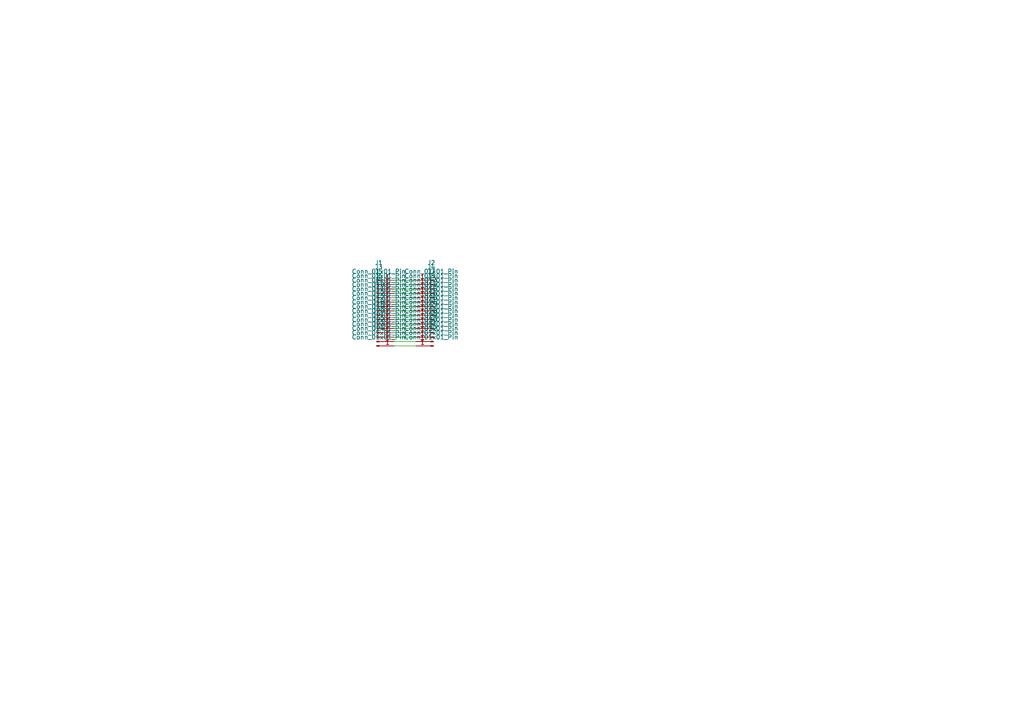
<source format=kicad_sch>
(kicad_sch (version 20231120) (generator "eeschema") (generator_version "8.0")
  (paper "A4")
  (lib_symbols
    (symbol "Connector:Conn_01x01_Pin" (pin_names (offset 1.016) hide)
      (property "Reference" "J" (at 0 2.54 0))
      (property "Value" "Conn_01x01_Pin" (at 0 -2.54 0))
      (symbol "Conn_01x01_Pin_1_1"
        (polyline (pts (xy 1.27 0) (xy 0.8636 0)) (stroke (width 0.1524)))
        (rectangle (start 0.8636 0.127) (end 0 -0.127) (stroke (width 0.1524)) (fill (type outline)))
        (pin passive line (at 5.08 0 180) (length 3.81) (name "Pin_1") (number "1"))
      )
    )
  )
  (wire (pts (xy 114.3 97.79) (xy 120.65 97.79)))
  (wire (pts (xy 114.3 88.9) (xy 120.65 88.9)))
  (wire (pts (xy 114.3 99.06) (xy 120.65 99.06)))
  (wire (pts (xy 114.3 92.71) (xy 120.65 92.71)))
  (wire (pts (xy 114.3 85.09) (xy 120.65 85.09)))
  (wire (pts (xy 114.3 100.33) (xy 120.65 100.33)))
  (wire (pts (xy 114.3 91.44) (xy 120.65 91.44)))
  (wire (pts (xy 114.3 82.55) (xy 120.65 82.55)))
  (wire (pts (xy 114.3 96.52) (xy 120.65 96.52)))
  (wire (pts (xy 114.3 93.98) (xy 120.65 93.98)))
  (wire (pts (xy 114.3 90.17) (xy 120.65 90.17)))
  (wire (pts (xy 114.3 83.82) (xy 120.65 83.82)))
  (wire (pts (xy 114.3 87.63) (xy 120.65 87.63)))
  (wire (pts (xy 114.3 86.36) (xy 120.65 86.36)))
  (wire (pts (xy 114.3 81.28) (xy 120.65 81.28)))
  (wire (pts (xy 114.3 95.25) (xy 120.65 95.25)))
  (symbol (lib_id "Connector:Conn_01x01_Pin") (at 109.22 86.36 0) (unit 1)
    (property "Reference" "J9" (at 109.855 81.28 0))
    (property "Value" "Conn_01x01_Pin" (at 109.855 83.82 0))
    (property "Footprint" "edge-pads:pad_1.27mm_5.588mm" (effects (hide yes)))
    (property "Description" "Generic connector, single row, 01x01, script generated" (effects (hide yes)))
  )
  (symbol (lib_id "Connector:Conn_01x01_Pin") (at 109.22 91.44 0) (unit 1)
    (property "Reference" "J17" (at 109.855 86.36 0))
    (property "Value" "Conn_01x01_Pin" (at 109.855 88.9 0))
    (property "Footprint" "edge-pads:pad_1.27mm_5.588mm" (effects (hide yes)))
    (property "Description" "Generic connector, single row, 01x01, script generated" (effects (hide yes)))
  )
  (symbol (lib_id "Connector:Conn_01x01_Pin") (at 109.22 81.28 0) (unit 1)
    (property "Reference" "J1" (at 109.855 76.2 0))
    (property "Value" "Conn_01x01_Pin" (at 109.855 78.74 0))
    (property "Footprint" "edge-pads:pad_1.27mm_5.588mm" (effects (hide yes)))
    (property "Description" "Generic connector, single row, 01x01, script generated" (effects (hide yes)))
  )
  (symbol (lib_id "Connector:Conn_01x01_Pin") (at 109.22 88.9 0) (unit 1)
    (property "Reference" "J11" (at 109.855 83.82 0))
    (property "Value" "Conn_01x01_Pin" (at 109.855 86.36 0))
    (property "Footprint" "edge-pads:pad_1.27mm_5.588mm" (effects (hide yes)))
    (property "Description" "Generic connector, single row, 01x01, script generated" (effects (hide yes)))
  )
  (symbol (lib_id "Connector:Conn_01x01_Pin") (at 125.73 97.79 0) (mirror y) (unit 1)
    (property "Reference" "J30" (at 125.095 92.71 0))
    (property "Value" "Conn_01x01_Pin" (at 125.095 95.25 0))
    (property "Footprint" "edge-pads:pad_1.27mm_5.588mm" (effects (hide yes)))
    (property "Description" "Generic connector, single row, 01x01, script generated" (effects (hide yes)))
  )
  (symbol (lib_id "Connector:Conn_01x01_Pin") (at 109.22 87.63 0) (unit 1)
    (property "Reference" "J10" (at 109.855 82.55 0))
    (property "Value" "Conn_01x01_Pin" (at 109.855 85.09 0))
    (property "Footprint" "edge-pads:pad_1.27mm_5.588mm" (effects (hide yes)))
    (property "Description" "Generic connector, single row, 01x01, script generated" (effects (hide yes)))
  )
  (symbol (lib_id "Connector:Conn_01x01_Pin") (at 125.73 100.33 0) (mirror y) (unit 1)
    (property "Reference" "J32" (at 125.095 95.25 0))
    (property "Value" "Conn_01x01_Pin" (at 125.095 97.79 0))
    (property "Footprint" "edge-pads:pad_1.27mm_5.588mm" (effects (hide yes)))
    (property "Description" "Generic connector, single row, 01x01, script generated" (effects (hide yes)))
  )
  (symbol (lib_id "Connector:Conn_01x01_Pin") (at 109.22 90.17 0) (unit 1)
    (property "Reference" "J12" (at 109.855 85.09 0))
    (property "Value" "Conn_01x01_Pin" (at 109.855 87.63 0))
    (property "Footprint" "edge-pads:pad_1.27mm_5.588mm" (effects (hide yes)))
    (property "Description" "Generic connector, single row, 01x01, script generated" (effects (hide yes)))
  )
  (symbol (lib_id "Connector:Conn_01x01_Pin") (at 109.22 82.55 0) (unit 1)
    (property "Reference" "J3" (at 109.855 77.47 0))
    (property "Value" "Conn_01x01_Pin" (at 109.855 80.01 0))
    (property "Footprint" "edge-pads:pad_1.27mm_5.588mm" (effects (hide yes)))
    (property "Description" "Generic connector, single row, 01x01, script generated" (effects (hide yes)))
  )
  (symbol (lib_id "Connector:Conn_01x01_Pin") (at 109.22 100.33 0) (unit 1)
    (property "Reference" "J24" (at 109.855 95.25 0))
    (property "Value" "Conn_01x01_Pin" (at 109.855 97.79 0))
    (property "Footprint" "edge-pads:pad_1.27mm_5.588mm" (effects (hide yes)))
    (property "Description" "Generic connector, single row, 01x01, script generated" (effects (hide yes)))
  )
  (symbol (lib_id "Connector:Conn_01x01_Pin") (at 125.73 82.55 0) (mirror y) (unit 1)
    (property "Reference" "J4" (at 125.095 77.47 0))
    (property "Value" "Conn_01x01_Pin" (at 125.095 80.01 0))
    (property "Footprint" "edge-pads:pad_1.27mm_5.588mm" (effects (hide yes)))
    (property "Description" "Generic connector, single row, 01x01, script generated" (effects (hide yes)))
  )
  (symbol (lib_id "Connector:Conn_01x01_Pin") (at 125.73 92.71 0) (mirror y) (unit 1)
    (property "Reference" "J26" (at 125.095 87.63 0))
    (property "Value" "Conn_01x01_Pin" (at 125.095 90.17 0))
    (property "Footprint" "edge-pads:pad_1.27mm_5.588mm" (effects (hide yes)))
    (property "Description" "Generic connector, single row, 01x01, script generated" (effects (hide yes)))
  )
  (symbol (lib_id "Connector:Conn_01x01_Pin") (at 125.73 91.44 0) (mirror y) (unit 1)
    (property "Reference" "J25" (at 125.095 86.36 0))
    (property "Value" "Conn_01x01_Pin" (at 125.095 88.9 0))
    (property "Footprint" "edge-pads:pad_1.27mm_5.588mm" (effects (hide yes)))
    (property "Description" "Generic connector, single row, 01x01, script generated" (effects (hide yes)))
  )
  (symbol (lib_id "Connector:Conn_01x01_Pin") (at 109.22 83.82 0) (unit 1)
    (property "Reference" "J5" (at 109.855 78.74 0))
    (property "Value" "Conn_01x01_Pin" (at 109.855 81.28 0))
    (property "Footprint" "edge-pads:pad_1.27mm_5.588mm" (effects (hide yes)))
    (property "Description" "Generic connector, single row, 01x01, script generated" (effects (hide yes)))
  )
  (symbol (lib_id "Connector:Conn_01x01_Pin") (at 125.73 96.52 0) (mirror y) (unit 1)
    (property "Reference" "J29" (at 125.095 91.44 0))
    (property "Value" "Conn_01x01_Pin" (at 125.095 93.98 0))
    (property "Footprint" "edge-pads:pad_1.27mm_5.588mm" (effects (hide yes)))
    (property "Description" "Generic connector, single row, 01x01, script generated" (effects (hide yes)))
  )
  (symbol (lib_id "Connector:Conn_01x01_Pin") (at 125.73 86.36 0) (mirror y) (unit 1)
    (property "Reference" "J13" (at 125.095 81.28 0))
    (property "Value" "Conn_01x01_Pin" (at 125.095 83.82 0))
    (property "Footprint" "edge-pads:pad_1.27mm_5.588mm" (effects (hide yes)))
    (property "Description" "Generic connector, single row, 01x01, script generated" (effects (hide yes)))
  )
  (symbol (lib_id "Connector:Conn_01x01_Pin") (at 109.22 85.09 0) (unit 1)
    (property "Reference" "J6" (at 109.855 80.01 0))
    (property "Value" "Conn_01x01_Pin" (at 109.855 82.55 0))
    (property "Footprint" "edge-pads:pad_1.27mm_5.588mm" (effects (hide yes)))
    (property "Description" "Generic connector, single row, 01x01, script generated" (effects (hide yes)))
  )
  (symbol (lib_id "Connector:Conn_01x01_Pin") (at 125.73 85.09 0) (mirror y) (unit 1)
    (property "Reference" "J8" (at 125.095 80.01 0))
    (property "Value" "Conn_01x01_Pin" (at 125.095 82.55 0))
    (property "Footprint" "edge-pads:pad_1.27mm_5.588mm" (effects (hide yes)))
    (property "Description" "Generic connector, single row, 01x01, script generated" (effects (hide yes)))
  )
  (symbol (lib_id "Connector:Conn_01x01_Pin") (at 125.73 81.28 0) (mirror y) (unit 1)
    (property "Reference" "J2" (at 125.095 76.2 0))
    (property "Value" "Conn_01x01_Pin" (at 125.095 78.74 0))
    (property "Footprint" "edge-pads:pad_1.27mm_5.588mm" (effects (hide yes)))
    (property "Description" "Generic connector, single row, 01x01, script generated" (effects (hide yes)))
  )
  (symbol (lib_id "Connector:Conn_01x01_Pin") (at 125.73 93.98 0) (mirror y) (unit 1)
    (property "Reference" "J27" (at 125.095 88.9 0))
    (property "Value" "Conn_01x01_Pin" (at 125.095 91.44 0))
    (property "Footprint" "edge-pads:pad_1.27mm_5.588mm" (effects (hide yes)))
    (property "Description" "Generic connector, single row, 01x01, script generated" (effects (hide yes)))
  )
  (symbol (lib_id "Connector:Conn_01x01_Pin") (at 125.73 88.9 0) (mirror y) (unit 1)
    (property "Reference" "J15" (at 125.095 83.82 0))
    (property "Value" "Conn_01x01_Pin" (at 125.095 86.36 0))
    (property "Footprint" "edge-pads:pad_1.27mm_5.588mm" (effects (hide yes)))
    (property "Description" "Generic connector, single row, 01x01, script generated" (effects (hide yes)))
  )
  (symbol (lib_id "Connector:Conn_01x01_Pin") (at 109.22 99.06 0) (unit 1)
    (property "Reference" "J23" (at 109.855 93.98 0))
    (property "Value" "Conn_01x01_Pin" (at 109.855 96.52 0))
    (property "Footprint" "edge-pads:pad_1.27mm_5.588mm" (effects (hide yes)))
    (property "Description" "Generic connector, single row, 01x01, script generated" (effects (hide yes)))
  )
  (symbol (lib_id "Connector:Conn_01x01_Pin") (at 125.73 83.82 0) (mirror y) (unit 1)
    (property "Reference" "J7" (at 125.095 78.74 0))
    (property "Value" "Conn_01x01_Pin" (at 125.095 81.28 0))
    (property "Footprint" "edge-pads:pad_1.27mm_5.588mm" (effects (hide yes)))
    (property "Description" "Generic connector, single row, 01x01, script generated" (effects (hide yes)))
  )
  (symbol (lib_id "Connector:Conn_01x01_Pin") (at 125.73 87.63 0) (mirror y) (unit 1)
    (property "Reference" "J14" (at 125.095 82.55 0))
    (property "Value" "Conn_01x01_Pin" (at 125.095 85.09 0))
    (property "Footprint" "edge-pads:pad_1.27mm_5.588mm" (effects (hide yes)))
    (property "Description" "Generic connector, single row, 01x01, script generated" (effects (hide yes)))
  )
  (symbol (lib_id "Connector:Conn_01x01_Pin") (at 109.22 93.98 0) (unit 1)
    (property "Reference" "J19" (at 109.855 88.9 0))
    (property "Value" "Conn_01x01_Pin" (at 109.855 91.44 0))
    (property "Footprint" "edge-pads:pad_1.27mm_5.588mm" (effects (hide yes)))
    (property "Description" "Generic connector, single row, 01x01, script generated" (effects (hide yes)))
  )
  (symbol (lib_id "Connector:Conn_01x01_Pin") (at 125.73 90.17 0) (mirror y) (unit 1)
    (property "Reference" "J16" (at 125.095 85.09 0))
    (property "Value" "Conn_01x01_Pin" (at 125.095 87.63 0))
    (property "Footprint" "edge-pads:pad_1.27mm_5.588mm" (effects (hide yes)))
    (property "Description" "Generic connector, single row, 01x01, script generated" (effects (hide yes)))
  )
  (symbol (lib_id "Connector:Conn_01x01_Pin") (at 109.22 97.79 0) (unit 1)
    (property "Reference" "J22" (at 109.855 92.71 0))
    (property "Value" "Conn_01x01_Pin" (at 109.855 95.25 0))
    (property "Footprint" "edge-pads:pad_1.27mm_5.588mm" (effects (hide yes)))
    (property "Description" "Generic connector, single row, 01x01, script generated" (effects (hide yes)))
  )
  (symbol (lib_id "Connector:Conn_01x01_Pin") (at 109.22 96.52 0) (unit 1)
    (property "Reference" "J21" (at 109.855 91.44 0))
    (property "Value" "Conn_01x01_Pin" (at 109.855 93.98 0))
    (property "Footprint" "edge-pads:pad_1.27mm_5.588mm" (effects (hide yes)))
    (property "Description" "Generic connector, single row, 01x01, script generated" (effects (hide yes)))
  )
  (symbol (lib_id "Connector:Conn_01x01_Pin") (at 109.22 95.25 0) (unit 1)
    (property "Reference" "J20" (at 109.855 90.17 0))
    (property "Value" "Conn_01x01_Pin" (at 109.855 92.71 0))
    (property "Footprint" "edge-pads:pad_1.27mm_5.588mm" (effects (hide yes)))
    (property "Description" "Generic connector, single row, 01x01, script generated" (effects (hide yes)))
  )
  (symbol (lib_id "Connector:Conn_01x01_Pin") (at 125.73 99.06 0) (mirror y) (unit 1)
    (property "Reference" "J31" (at 125.095 93.98 0))
    (property "Value" "Conn_01x01_Pin" (at 125.095 96.52 0))
    (property "Footprint" "edge-pads:pad_1.27mm_5.588mm" (effects (hide yes)))
    (property "Description" "Generic connector, single row, 01x01, script generated" (effects (hide yes)))
  )
  (symbol (lib_id "Connector:Conn_01x01_Pin") (at 125.73 95.25 0) (mirror y) (unit 1)
    (property "Reference" "J28" (at 125.095 90.17 0))
    (property "Value" "Conn_01x01_Pin" (at 125.095 92.71 0))
    (property "Footprint" "edge-pads:pad_1.27mm_5.588mm" (effects (hide yes)))
    (property "Description" "Generic connector, single row, 01x01, script generated" (effects (hide yes)))
  )
  (symbol (lib_id "Connector:Conn_01x01_Pin") (at 109.22 92.71 0) (unit 1)
    (property "Reference" "J18" (at 109.855 87.63 0))
    (property "Value" "Conn_01x01_Pin" (at 109.855 90.17 0))
    (property "Footprint" "edge-pads:pad_1.27mm_5.588mm" (effects (hide yes)))
    (property "Description" "Generic connector, single row, 01x01, script generated" (effects (hide yes)))
  )
)
</source>
